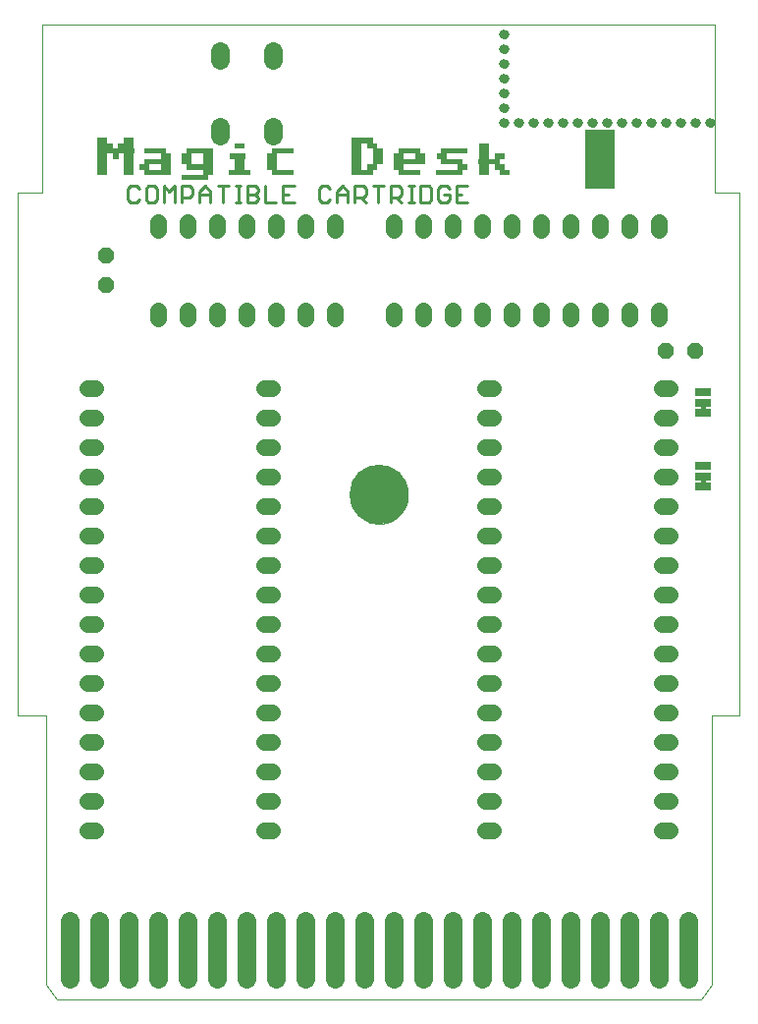
<source format=gts>
G75*
G70*
%OFA0B0*%
%FSLAX24Y24*%
%IPPOS*%
%LPD*%
%AMOC8*
5,1,8,0,0,1.08239X$1,22.5*
%
%ADD10C,0.0000*%
%ADD11C,0.0316*%
%ADD12R,0.1440X0.0040*%
%ADD13R,0.0480X0.0040*%
%ADD14R,0.1200X0.0040*%
%ADD15R,0.0240X0.0040*%
%ADD16R,0.0720X0.0040*%
%ADD17R,0.1680X0.0040*%
%ADD18R,0.0900X0.0030*%
%ADD19R,0.0360X0.0030*%
%ADD20R,0.0720X0.0030*%
%ADD21R,0.1080X0.0030*%
%ADD22R,0.0180X0.0030*%
%ADD23R,0.0540X0.0030*%
%ADD24R,0.1260X0.0030*%
%ADD25C,0.0160*%
%ADD26C,0.0100*%
%ADD27C,0.0640*%
%ADD28C,0.2009*%
%ADD29C,0.0560*%
%ADD30R,0.1040X0.2040*%
%ADD31OC8,0.0560*%
%ADD32R,0.0540X0.0290*%
D10*
X002482Y000500D02*
X002128Y001012D01*
X002128Y010146D01*
X001170Y010146D01*
X001170Y027862D01*
X002003Y027862D01*
X002003Y033571D01*
X024837Y033571D01*
X024837Y027862D01*
X025670Y027862D01*
X025670Y010146D01*
X024712Y010146D01*
X024712Y001012D01*
X024358Y000500D01*
X002482Y000500D01*
X012436Y017626D02*
X012438Y017688D01*
X012444Y017751D01*
X012454Y017812D01*
X012468Y017873D01*
X012485Y017933D01*
X012506Y017992D01*
X012532Y018049D01*
X012560Y018104D01*
X012592Y018158D01*
X012628Y018209D01*
X012666Y018259D01*
X012708Y018305D01*
X012752Y018349D01*
X012800Y018390D01*
X012849Y018428D01*
X012901Y018462D01*
X012955Y018493D01*
X013011Y018521D01*
X013069Y018545D01*
X013128Y018566D01*
X013188Y018582D01*
X013249Y018595D01*
X013311Y018604D01*
X013373Y018609D01*
X013436Y018610D01*
X013498Y018607D01*
X013560Y018600D01*
X013622Y018589D01*
X013682Y018574D01*
X013742Y018556D01*
X013800Y018534D01*
X013857Y018508D01*
X013912Y018478D01*
X013965Y018445D01*
X014016Y018409D01*
X014064Y018370D01*
X014110Y018327D01*
X014153Y018282D01*
X014193Y018234D01*
X014230Y018184D01*
X014264Y018131D01*
X014295Y018077D01*
X014321Y018021D01*
X014345Y017963D01*
X014364Y017903D01*
X014380Y017843D01*
X014392Y017781D01*
X014400Y017720D01*
X014404Y017657D01*
X014404Y017595D01*
X014400Y017532D01*
X014392Y017471D01*
X014380Y017409D01*
X014364Y017349D01*
X014345Y017289D01*
X014321Y017231D01*
X014295Y017175D01*
X014264Y017121D01*
X014230Y017068D01*
X014193Y017018D01*
X014153Y016970D01*
X014110Y016925D01*
X014064Y016882D01*
X014016Y016843D01*
X013965Y016807D01*
X013912Y016774D01*
X013857Y016744D01*
X013800Y016718D01*
X013742Y016696D01*
X013682Y016678D01*
X013622Y016663D01*
X013560Y016652D01*
X013498Y016645D01*
X013436Y016642D01*
X013373Y016643D01*
X013311Y016648D01*
X013249Y016657D01*
X013188Y016670D01*
X013128Y016686D01*
X013069Y016707D01*
X013011Y016731D01*
X012955Y016759D01*
X012901Y016790D01*
X012849Y016824D01*
X012800Y016862D01*
X012752Y016903D01*
X012708Y016947D01*
X012666Y016993D01*
X012628Y017043D01*
X012592Y017094D01*
X012560Y017148D01*
X012532Y017203D01*
X012506Y017260D01*
X012485Y017319D01*
X012468Y017379D01*
X012454Y017440D01*
X012444Y017501D01*
X012438Y017564D01*
X012436Y017626D01*
X017532Y030250D02*
X017534Y030273D01*
X017540Y030296D01*
X017550Y030317D01*
X017563Y030337D01*
X017579Y030354D01*
X017598Y030368D01*
X017619Y030378D01*
X017641Y030385D01*
X017664Y030388D01*
X017688Y030387D01*
X017710Y030382D01*
X017732Y030373D01*
X017752Y030361D01*
X017770Y030345D01*
X017784Y030327D01*
X017796Y030307D01*
X017804Y030285D01*
X017808Y030262D01*
X017808Y030238D01*
X017804Y030215D01*
X017796Y030193D01*
X017784Y030173D01*
X017770Y030155D01*
X017752Y030139D01*
X017732Y030127D01*
X017710Y030118D01*
X017688Y030113D01*
X017664Y030112D01*
X017641Y030115D01*
X017619Y030122D01*
X017598Y030132D01*
X017579Y030146D01*
X017563Y030163D01*
X017550Y030183D01*
X017540Y030204D01*
X017534Y030227D01*
X017532Y030250D01*
X017532Y030750D02*
X017534Y030773D01*
X017540Y030796D01*
X017550Y030817D01*
X017563Y030837D01*
X017579Y030854D01*
X017598Y030868D01*
X017619Y030878D01*
X017641Y030885D01*
X017664Y030888D01*
X017688Y030887D01*
X017710Y030882D01*
X017732Y030873D01*
X017752Y030861D01*
X017770Y030845D01*
X017784Y030827D01*
X017796Y030807D01*
X017804Y030785D01*
X017808Y030762D01*
X017808Y030738D01*
X017804Y030715D01*
X017796Y030693D01*
X017784Y030673D01*
X017770Y030655D01*
X017752Y030639D01*
X017732Y030627D01*
X017710Y030618D01*
X017688Y030613D01*
X017664Y030612D01*
X017641Y030615D01*
X017619Y030622D01*
X017598Y030632D01*
X017579Y030646D01*
X017563Y030663D01*
X017550Y030683D01*
X017540Y030704D01*
X017534Y030727D01*
X017532Y030750D01*
X017532Y031250D02*
X017534Y031273D01*
X017540Y031296D01*
X017550Y031317D01*
X017563Y031337D01*
X017579Y031354D01*
X017598Y031368D01*
X017619Y031378D01*
X017641Y031385D01*
X017664Y031388D01*
X017688Y031387D01*
X017710Y031382D01*
X017732Y031373D01*
X017752Y031361D01*
X017770Y031345D01*
X017784Y031327D01*
X017796Y031307D01*
X017804Y031285D01*
X017808Y031262D01*
X017808Y031238D01*
X017804Y031215D01*
X017796Y031193D01*
X017784Y031173D01*
X017770Y031155D01*
X017752Y031139D01*
X017732Y031127D01*
X017710Y031118D01*
X017688Y031113D01*
X017664Y031112D01*
X017641Y031115D01*
X017619Y031122D01*
X017598Y031132D01*
X017579Y031146D01*
X017563Y031163D01*
X017550Y031183D01*
X017540Y031204D01*
X017534Y031227D01*
X017532Y031250D01*
X017532Y031750D02*
X017534Y031773D01*
X017540Y031796D01*
X017550Y031817D01*
X017563Y031837D01*
X017579Y031854D01*
X017598Y031868D01*
X017619Y031878D01*
X017641Y031885D01*
X017664Y031888D01*
X017688Y031887D01*
X017710Y031882D01*
X017732Y031873D01*
X017752Y031861D01*
X017770Y031845D01*
X017784Y031827D01*
X017796Y031807D01*
X017804Y031785D01*
X017808Y031762D01*
X017808Y031738D01*
X017804Y031715D01*
X017796Y031693D01*
X017784Y031673D01*
X017770Y031655D01*
X017752Y031639D01*
X017732Y031627D01*
X017710Y031618D01*
X017688Y031613D01*
X017664Y031612D01*
X017641Y031615D01*
X017619Y031622D01*
X017598Y031632D01*
X017579Y031646D01*
X017563Y031663D01*
X017550Y031683D01*
X017540Y031704D01*
X017534Y031727D01*
X017532Y031750D01*
X017532Y032250D02*
X017534Y032273D01*
X017540Y032296D01*
X017550Y032317D01*
X017563Y032337D01*
X017579Y032354D01*
X017598Y032368D01*
X017619Y032378D01*
X017641Y032385D01*
X017664Y032388D01*
X017688Y032387D01*
X017710Y032382D01*
X017732Y032373D01*
X017752Y032361D01*
X017770Y032345D01*
X017784Y032327D01*
X017796Y032307D01*
X017804Y032285D01*
X017808Y032262D01*
X017808Y032238D01*
X017804Y032215D01*
X017796Y032193D01*
X017784Y032173D01*
X017770Y032155D01*
X017752Y032139D01*
X017732Y032127D01*
X017710Y032118D01*
X017688Y032113D01*
X017664Y032112D01*
X017641Y032115D01*
X017619Y032122D01*
X017598Y032132D01*
X017579Y032146D01*
X017563Y032163D01*
X017550Y032183D01*
X017540Y032204D01*
X017534Y032227D01*
X017532Y032250D01*
X017532Y032750D02*
X017534Y032773D01*
X017540Y032796D01*
X017550Y032817D01*
X017563Y032837D01*
X017579Y032854D01*
X017598Y032868D01*
X017619Y032878D01*
X017641Y032885D01*
X017664Y032888D01*
X017688Y032887D01*
X017710Y032882D01*
X017732Y032873D01*
X017752Y032861D01*
X017770Y032845D01*
X017784Y032827D01*
X017796Y032807D01*
X017804Y032785D01*
X017808Y032762D01*
X017808Y032738D01*
X017804Y032715D01*
X017796Y032693D01*
X017784Y032673D01*
X017770Y032655D01*
X017752Y032639D01*
X017732Y032627D01*
X017710Y032618D01*
X017688Y032613D01*
X017664Y032612D01*
X017641Y032615D01*
X017619Y032622D01*
X017598Y032632D01*
X017579Y032646D01*
X017563Y032663D01*
X017550Y032683D01*
X017540Y032704D01*
X017534Y032727D01*
X017532Y032750D01*
X017532Y033250D02*
X017534Y033273D01*
X017540Y033296D01*
X017550Y033317D01*
X017563Y033337D01*
X017579Y033354D01*
X017598Y033368D01*
X017619Y033378D01*
X017641Y033385D01*
X017664Y033388D01*
X017688Y033387D01*
X017710Y033382D01*
X017732Y033373D01*
X017752Y033361D01*
X017770Y033345D01*
X017784Y033327D01*
X017796Y033307D01*
X017804Y033285D01*
X017808Y033262D01*
X017808Y033238D01*
X017804Y033215D01*
X017796Y033193D01*
X017784Y033173D01*
X017770Y033155D01*
X017752Y033139D01*
X017732Y033127D01*
X017710Y033118D01*
X017688Y033113D01*
X017664Y033112D01*
X017641Y033115D01*
X017619Y033122D01*
X017598Y033132D01*
X017579Y033146D01*
X017563Y033163D01*
X017550Y033183D01*
X017540Y033204D01*
X017534Y033227D01*
X017532Y033250D01*
X018032Y030250D02*
X018034Y030273D01*
X018040Y030296D01*
X018050Y030317D01*
X018063Y030337D01*
X018079Y030354D01*
X018098Y030368D01*
X018119Y030378D01*
X018141Y030385D01*
X018164Y030388D01*
X018188Y030387D01*
X018210Y030382D01*
X018232Y030373D01*
X018252Y030361D01*
X018270Y030345D01*
X018284Y030327D01*
X018296Y030307D01*
X018304Y030285D01*
X018308Y030262D01*
X018308Y030238D01*
X018304Y030215D01*
X018296Y030193D01*
X018284Y030173D01*
X018270Y030155D01*
X018252Y030139D01*
X018232Y030127D01*
X018210Y030118D01*
X018188Y030113D01*
X018164Y030112D01*
X018141Y030115D01*
X018119Y030122D01*
X018098Y030132D01*
X018079Y030146D01*
X018063Y030163D01*
X018050Y030183D01*
X018040Y030204D01*
X018034Y030227D01*
X018032Y030250D01*
X018532Y030250D02*
X018534Y030273D01*
X018540Y030296D01*
X018550Y030317D01*
X018563Y030337D01*
X018579Y030354D01*
X018598Y030368D01*
X018619Y030378D01*
X018641Y030385D01*
X018664Y030388D01*
X018688Y030387D01*
X018710Y030382D01*
X018732Y030373D01*
X018752Y030361D01*
X018770Y030345D01*
X018784Y030327D01*
X018796Y030307D01*
X018804Y030285D01*
X018808Y030262D01*
X018808Y030238D01*
X018804Y030215D01*
X018796Y030193D01*
X018784Y030173D01*
X018770Y030155D01*
X018752Y030139D01*
X018732Y030127D01*
X018710Y030118D01*
X018688Y030113D01*
X018664Y030112D01*
X018641Y030115D01*
X018619Y030122D01*
X018598Y030132D01*
X018579Y030146D01*
X018563Y030163D01*
X018550Y030183D01*
X018540Y030204D01*
X018534Y030227D01*
X018532Y030250D01*
X019032Y030250D02*
X019034Y030273D01*
X019040Y030296D01*
X019050Y030317D01*
X019063Y030337D01*
X019079Y030354D01*
X019098Y030368D01*
X019119Y030378D01*
X019141Y030385D01*
X019164Y030388D01*
X019188Y030387D01*
X019210Y030382D01*
X019232Y030373D01*
X019252Y030361D01*
X019270Y030345D01*
X019284Y030327D01*
X019296Y030307D01*
X019304Y030285D01*
X019308Y030262D01*
X019308Y030238D01*
X019304Y030215D01*
X019296Y030193D01*
X019284Y030173D01*
X019270Y030155D01*
X019252Y030139D01*
X019232Y030127D01*
X019210Y030118D01*
X019188Y030113D01*
X019164Y030112D01*
X019141Y030115D01*
X019119Y030122D01*
X019098Y030132D01*
X019079Y030146D01*
X019063Y030163D01*
X019050Y030183D01*
X019040Y030204D01*
X019034Y030227D01*
X019032Y030250D01*
X019532Y030250D02*
X019534Y030273D01*
X019540Y030296D01*
X019550Y030317D01*
X019563Y030337D01*
X019579Y030354D01*
X019598Y030368D01*
X019619Y030378D01*
X019641Y030385D01*
X019664Y030388D01*
X019688Y030387D01*
X019710Y030382D01*
X019732Y030373D01*
X019752Y030361D01*
X019770Y030345D01*
X019784Y030327D01*
X019796Y030307D01*
X019804Y030285D01*
X019808Y030262D01*
X019808Y030238D01*
X019804Y030215D01*
X019796Y030193D01*
X019784Y030173D01*
X019770Y030155D01*
X019752Y030139D01*
X019732Y030127D01*
X019710Y030118D01*
X019688Y030113D01*
X019664Y030112D01*
X019641Y030115D01*
X019619Y030122D01*
X019598Y030132D01*
X019579Y030146D01*
X019563Y030163D01*
X019550Y030183D01*
X019540Y030204D01*
X019534Y030227D01*
X019532Y030250D01*
X020032Y030250D02*
X020034Y030273D01*
X020040Y030296D01*
X020050Y030317D01*
X020063Y030337D01*
X020079Y030354D01*
X020098Y030368D01*
X020119Y030378D01*
X020141Y030385D01*
X020164Y030388D01*
X020188Y030387D01*
X020210Y030382D01*
X020232Y030373D01*
X020252Y030361D01*
X020270Y030345D01*
X020284Y030327D01*
X020296Y030307D01*
X020304Y030285D01*
X020308Y030262D01*
X020308Y030238D01*
X020304Y030215D01*
X020296Y030193D01*
X020284Y030173D01*
X020270Y030155D01*
X020252Y030139D01*
X020232Y030127D01*
X020210Y030118D01*
X020188Y030113D01*
X020164Y030112D01*
X020141Y030115D01*
X020119Y030122D01*
X020098Y030132D01*
X020079Y030146D01*
X020063Y030163D01*
X020050Y030183D01*
X020040Y030204D01*
X020034Y030227D01*
X020032Y030250D01*
X020532Y030250D02*
X020534Y030273D01*
X020540Y030296D01*
X020550Y030317D01*
X020563Y030337D01*
X020579Y030354D01*
X020598Y030368D01*
X020619Y030378D01*
X020641Y030385D01*
X020664Y030388D01*
X020688Y030387D01*
X020710Y030382D01*
X020732Y030373D01*
X020752Y030361D01*
X020770Y030345D01*
X020784Y030327D01*
X020796Y030307D01*
X020804Y030285D01*
X020808Y030262D01*
X020808Y030238D01*
X020804Y030215D01*
X020796Y030193D01*
X020784Y030173D01*
X020770Y030155D01*
X020752Y030139D01*
X020732Y030127D01*
X020710Y030118D01*
X020688Y030113D01*
X020664Y030112D01*
X020641Y030115D01*
X020619Y030122D01*
X020598Y030132D01*
X020579Y030146D01*
X020563Y030163D01*
X020550Y030183D01*
X020540Y030204D01*
X020534Y030227D01*
X020532Y030250D01*
X021032Y030250D02*
X021034Y030273D01*
X021040Y030296D01*
X021050Y030317D01*
X021063Y030337D01*
X021079Y030354D01*
X021098Y030368D01*
X021119Y030378D01*
X021141Y030385D01*
X021164Y030388D01*
X021188Y030387D01*
X021210Y030382D01*
X021232Y030373D01*
X021252Y030361D01*
X021270Y030345D01*
X021284Y030327D01*
X021296Y030307D01*
X021304Y030285D01*
X021308Y030262D01*
X021308Y030238D01*
X021304Y030215D01*
X021296Y030193D01*
X021284Y030173D01*
X021270Y030155D01*
X021252Y030139D01*
X021232Y030127D01*
X021210Y030118D01*
X021188Y030113D01*
X021164Y030112D01*
X021141Y030115D01*
X021119Y030122D01*
X021098Y030132D01*
X021079Y030146D01*
X021063Y030163D01*
X021050Y030183D01*
X021040Y030204D01*
X021034Y030227D01*
X021032Y030250D01*
X021532Y030250D02*
X021534Y030273D01*
X021540Y030296D01*
X021550Y030317D01*
X021563Y030337D01*
X021579Y030354D01*
X021598Y030368D01*
X021619Y030378D01*
X021641Y030385D01*
X021664Y030388D01*
X021688Y030387D01*
X021710Y030382D01*
X021732Y030373D01*
X021752Y030361D01*
X021770Y030345D01*
X021784Y030327D01*
X021796Y030307D01*
X021804Y030285D01*
X021808Y030262D01*
X021808Y030238D01*
X021804Y030215D01*
X021796Y030193D01*
X021784Y030173D01*
X021770Y030155D01*
X021752Y030139D01*
X021732Y030127D01*
X021710Y030118D01*
X021688Y030113D01*
X021664Y030112D01*
X021641Y030115D01*
X021619Y030122D01*
X021598Y030132D01*
X021579Y030146D01*
X021563Y030163D01*
X021550Y030183D01*
X021540Y030204D01*
X021534Y030227D01*
X021532Y030250D01*
X022032Y030250D02*
X022034Y030273D01*
X022040Y030296D01*
X022050Y030317D01*
X022063Y030337D01*
X022079Y030354D01*
X022098Y030368D01*
X022119Y030378D01*
X022141Y030385D01*
X022164Y030388D01*
X022188Y030387D01*
X022210Y030382D01*
X022232Y030373D01*
X022252Y030361D01*
X022270Y030345D01*
X022284Y030327D01*
X022296Y030307D01*
X022304Y030285D01*
X022308Y030262D01*
X022308Y030238D01*
X022304Y030215D01*
X022296Y030193D01*
X022284Y030173D01*
X022270Y030155D01*
X022252Y030139D01*
X022232Y030127D01*
X022210Y030118D01*
X022188Y030113D01*
X022164Y030112D01*
X022141Y030115D01*
X022119Y030122D01*
X022098Y030132D01*
X022079Y030146D01*
X022063Y030163D01*
X022050Y030183D01*
X022040Y030204D01*
X022034Y030227D01*
X022032Y030250D01*
X022532Y030250D02*
X022534Y030273D01*
X022540Y030296D01*
X022550Y030317D01*
X022563Y030337D01*
X022579Y030354D01*
X022598Y030368D01*
X022619Y030378D01*
X022641Y030385D01*
X022664Y030388D01*
X022688Y030387D01*
X022710Y030382D01*
X022732Y030373D01*
X022752Y030361D01*
X022770Y030345D01*
X022784Y030327D01*
X022796Y030307D01*
X022804Y030285D01*
X022808Y030262D01*
X022808Y030238D01*
X022804Y030215D01*
X022796Y030193D01*
X022784Y030173D01*
X022770Y030155D01*
X022752Y030139D01*
X022732Y030127D01*
X022710Y030118D01*
X022688Y030113D01*
X022664Y030112D01*
X022641Y030115D01*
X022619Y030122D01*
X022598Y030132D01*
X022579Y030146D01*
X022563Y030163D01*
X022550Y030183D01*
X022540Y030204D01*
X022534Y030227D01*
X022532Y030250D01*
X023032Y030250D02*
X023034Y030273D01*
X023040Y030296D01*
X023050Y030317D01*
X023063Y030337D01*
X023079Y030354D01*
X023098Y030368D01*
X023119Y030378D01*
X023141Y030385D01*
X023164Y030388D01*
X023188Y030387D01*
X023210Y030382D01*
X023232Y030373D01*
X023252Y030361D01*
X023270Y030345D01*
X023284Y030327D01*
X023296Y030307D01*
X023304Y030285D01*
X023308Y030262D01*
X023308Y030238D01*
X023304Y030215D01*
X023296Y030193D01*
X023284Y030173D01*
X023270Y030155D01*
X023252Y030139D01*
X023232Y030127D01*
X023210Y030118D01*
X023188Y030113D01*
X023164Y030112D01*
X023141Y030115D01*
X023119Y030122D01*
X023098Y030132D01*
X023079Y030146D01*
X023063Y030163D01*
X023050Y030183D01*
X023040Y030204D01*
X023034Y030227D01*
X023032Y030250D01*
X023532Y030250D02*
X023534Y030273D01*
X023540Y030296D01*
X023550Y030317D01*
X023563Y030337D01*
X023579Y030354D01*
X023598Y030368D01*
X023619Y030378D01*
X023641Y030385D01*
X023664Y030388D01*
X023688Y030387D01*
X023710Y030382D01*
X023732Y030373D01*
X023752Y030361D01*
X023770Y030345D01*
X023784Y030327D01*
X023796Y030307D01*
X023804Y030285D01*
X023808Y030262D01*
X023808Y030238D01*
X023804Y030215D01*
X023796Y030193D01*
X023784Y030173D01*
X023770Y030155D01*
X023752Y030139D01*
X023732Y030127D01*
X023710Y030118D01*
X023688Y030113D01*
X023664Y030112D01*
X023641Y030115D01*
X023619Y030122D01*
X023598Y030132D01*
X023579Y030146D01*
X023563Y030163D01*
X023550Y030183D01*
X023540Y030204D01*
X023534Y030227D01*
X023532Y030250D01*
X024032Y030250D02*
X024034Y030273D01*
X024040Y030296D01*
X024050Y030317D01*
X024063Y030337D01*
X024079Y030354D01*
X024098Y030368D01*
X024119Y030378D01*
X024141Y030385D01*
X024164Y030388D01*
X024188Y030387D01*
X024210Y030382D01*
X024232Y030373D01*
X024252Y030361D01*
X024270Y030345D01*
X024284Y030327D01*
X024296Y030307D01*
X024304Y030285D01*
X024308Y030262D01*
X024308Y030238D01*
X024304Y030215D01*
X024296Y030193D01*
X024284Y030173D01*
X024270Y030155D01*
X024252Y030139D01*
X024232Y030127D01*
X024210Y030118D01*
X024188Y030113D01*
X024164Y030112D01*
X024141Y030115D01*
X024119Y030122D01*
X024098Y030132D01*
X024079Y030146D01*
X024063Y030163D01*
X024050Y030183D01*
X024040Y030204D01*
X024034Y030227D01*
X024032Y030250D01*
X024532Y030250D02*
X024534Y030273D01*
X024540Y030296D01*
X024550Y030317D01*
X024563Y030337D01*
X024579Y030354D01*
X024598Y030368D01*
X024619Y030378D01*
X024641Y030385D01*
X024664Y030388D01*
X024688Y030387D01*
X024710Y030382D01*
X024732Y030373D01*
X024752Y030361D01*
X024770Y030345D01*
X024784Y030327D01*
X024796Y030307D01*
X024804Y030285D01*
X024808Y030262D01*
X024808Y030238D01*
X024804Y030215D01*
X024796Y030193D01*
X024784Y030173D01*
X024770Y030155D01*
X024752Y030139D01*
X024732Y030127D01*
X024710Y030118D01*
X024688Y030113D01*
X024664Y030112D01*
X024641Y030115D01*
X024619Y030122D01*
X024598Y030132D01*
X024579Y030146D01*
X024563Y030163D01*
X024550Y030183D01*
X024540Y030204D01*
X024534Y030227D01*
X024532Y030250D01*
D11*
X024670Y030250D03*
X024170Y030250D03*
X023670Y030250D03*
X023170Y030250D03*
X022670Y030250D03*
X022170Y030250D03*
X021670Y030250D03*
X021170Y030250D03*
X020670Y030250D03*
X020170Y030250D03*
X019670Y030250D03*
X019170Y030250D03*
X018670Y030250D03*
X018170Y030250D03*
X017670Y030250D03*
X017670Y030750D03*
X017670Y031250D03*
X017670Y031750D03*
X017670Y032250D03*
X017670Y032750D03*
X017670Y033250D03*
D12*
X012100Y030600D03*
X012100Y030560D03*
X012100Y030520D03*
X012100Y030480D03*
X012100Y030440D03*
X012100Y030400D03*
D13*
X012100Y030640D03*
X012100Y030680D03*
X012100Y030720D03*
X012100Y030760D03*
X012100Y030800D03*
X012100Y030840D03*
X012100Y030880D03*
X012100Y030920D03*
X012100Y030960D03*
X012100Y031000D03*
X012100Y031040D03*
X012100Y031080D03*
X012100Y031120D03*
X012100Y031160D03*
X012100Y031200D03*
X012100Y031240D03*
X012100Y031280D03*
X012100Y031320D03*
X012100Y031600D03*
X012100Y031640D03*
X012100Y031680D03*
X012100Y031720D03*
X012100Y031760D03*
X012100Y031800D03*
X012100Y031840D03*
X012100Y031880D03*
X012100Y031920D03*
X012100Y031960D03*
X012100Y032000D03*
X012100Y032040D03*
X013540Y032040D03*
X013540Y032000D03*
X013540Y031960D03*
X013540Y031920D03*
X013540Y031880D03*
X013540Y031840D03*
X013540Y031320D03*
X013540Y031280D03*
X013540Y031240D03*
X013540Y031200D03*
X013540Y031160D03*
X013540Y031120D03*
X013540Y031080D03*
X013540Y031040D03*
X013540Y031000D03*
X013540Y030960D03*
X013540Y030920D03*
X013540Y030880D03*
X013540Y030840D03*
X013540Y030800D03*
X013540Y030760D03*
X013540Y030720D03*
X013540Y030680D03*
X013540Y030640D03*
X013540Y030600D03*
X013540Y030560D03*
X013540Y030520D03*
X013540Y030480D03*
X013540Y030440D03*
X013540Y030400D03*
X014740Y030400D03*
X014740Y030440D03*
X014740Y030480D03*
X014740Y030520D03*
X014740Y030560D03*
X014740Y030600D03*
X014740Y030640D03*
X014740Y030680D03*
X014740Y030720D03*
X014740Y030760D03*
X014740Y030800D03*
X014740Y030840D03*
X014740Y030880D03*
X014740Y030920D03*
X014740Y030960D03*
X014740Y031000D03*
X014740Y031040D03*
X014740Y031080D03*
X014740Y031120D03*
X014740Y031160D03*
X014740Y031200D03*
X014740Y031240D03*
X014740Y031280D03*
X014740Y031320D03*
X014740Y031840D03*
X014740Y031880D03*
X014740Y031920D03*
X014740Y031960D03*
X014740Y032000D03*
X014740Y032040D03*
X015460Y031800D03*
X015460Y031760D03*
X015460Y031720D03*
X015460Y031680D03*
X015460Y031640D03*
X015460Y031600D03*
X015460Y031560D03*
X015460Y031520D03*
X015460Y031480D03*
X015460Y031440D03*
X015460Y031400D03*
X015460Y031360D03*
X015460Y031080D03*
X015460Y031040D03*
X015460Y031000D03*
X015460Y030960D03*
X015460Y030920D03*
X015460Y030880D03*
X015460Y030840D03*
X015460Y030800D03*
X015460Y030760D03*
X015460Y030720D03*
X015460Y030680D03*
X015460Y030640D03*
X016420Y030640D03*
X016420Y030680D03*
X016420Y030720D03*
X016420Y030760D03*
X016420Y030800D03*
X016420Y030840D03*
X016420Y030880D03*
X016420Y030920D03*
X016420Y030960D03*
X016420Y031000D03*
X016420Y031040D03*
X016420Y031080D03*
X016420Y031360D03*
X016420Y031400D03*
X016420Y031440D03*
X016420Y031480D03*
X016420Y031520D03*
X016420Y031560D03*
X016420Y031600D03*
X016420Y031640D03*
X016420Y031680D03*
X016420Y031720D03*
X016420Y031760D03*
X016420Y031800D03*
D14*
X015820Y031840D03*
X015820Y031880D03*
X015820Y031920D03*
X015820Y031960D03*
X015820Y032000D03*
X015820Y032040D03*
X015820Y031320D03*
X015820Y031280D03*
X015820Y031240D03*
X015820Y031200D03*
X015820Y031160D03*
X015820Y031120D03*
X015820Y030600D03*
X015820Y030560D03*
X015820Y030520D03*
X015820Y030480D03*
X015820Y030440D03*
X015820Y030400D03*
D15*
X014140Y031120D03*
X014140Y031160D03*
X014140Y031200D03*
X014140Y031240D03*
X014140Y031280D03*
X014140Y031320D03*
D16*
X013660Y031600D03*
X013660Y031640D03*
X013660Y031680D03*
X013660Y031720D03*
X013660Y031760D03*
X013660Y031800D03*
X014620Y031800D03*
X014620Y031760D03*
X014620Y031720D03*
X014620Y031680D03*
X014620Y031640D03*
X014620Y031600D03*
X011980Y031560D03*
X011980Y031520D03*
X011980Y031480D03*
X011980Y031440D03*
X011980Y031400D03*
X011980Y031360D03*
D17*
X014140Y031360D03*
X014140Y031400D03*
X014140Y031440D03*
X014140Y031480D03*
X014140Y031520D03*
X014140Y031560D03*
D18*
X015995Y029340D03*
X015995Y029310D03*
X015995Y029280D03*
X015995Y029250D03*
X015995Y029220D03*
X015995Y029190D03*
X015815Y028620D03*
X015815Y028590D03*
X015815Y028560D03*
X015815Y028530D03*
X015815Y028500D03*
X015815Y028470D03*
X007355Y028650D03*
X007355Y028680D03*
X007355Y028710D03*
X007355Y028740D03*
X007355Y028770D03*
X007355Y028800D03*
X007355Y029190D03*
X007355Y029220D03*
X007355Y029250D03*
X007355Y029280D03*
X007355Y029310D03*
X007355Y029340D03*
X007175Y028440D03*
X007175Y028410D03*
X007175Y028380D03*
X007175Y028350D03*
X007175Y028320D03*
X007175Y028290D03*
X005915Y028470D03*
X005915Y028500D03*
X005915Y028530D03*
X005915Y028560D03*
X005915Y028590D03*
X005915Y028620D03*
X005915Y028830D03*
X005915Y028860D03*
X005915Y028890D03*
X005915Y028920D03*
X005915Y028950D03*
X005915Y028980D03*
D19*
X006185Y029010D03*
X006185Y029040D03*
X006185Y029070D03*
X006185Y029100D03*
X006185Y029130D03*
X006185Y029160D03*
X006185Y028800D03*
X006185Y028770D03*
X006185Y028740D03*
X006185Y028710D03*
X006185Y028680D03*
X006185Y028650D03*
X005465Y028650D03*
X005465Y028680D03*
X005465Y028710D03*
X005465Y028740D03*
X005465Y028770D03*
X005465Y028800D03*
X004925Y028800D03*
X004925Y028830D03*
X004925Y028860D03*
X004925Y028890D03*
X004925Y028920D03*
X004925Y028950D03*
X004925Y028980D03*
X004925Y029010D03*
X004925Y029040D03*
X004925Y029070D03*
X004925Y029100D03*
X004925Y029130D03*
X004925Y029160D03*
X004925Y028770D03*
X004925Y028740D03*
X004925Y028710D03*
X004925Y028680D03*
X004925Y028650D03*
X004925Y028620D03*
X004925Y028590D03*
X004925Y028560D03*
X004925Y028530D03*
X004925Y028500D03*
X004925Y028470D03*
X004925Y029550D03*
X004925Y029580D03*
X004925Y029610D03*
X004925Y029640D03*
X004925Y029670D03*
X004925Y029700D03*
X004025Y029700D03*
X004025Y029670D03*
X004025Y029640D03*
X004025Y029610D03*
X004025Y029580D03*
X004025Y029550D03*
X004025Y029160D03*
X004025Y029130D03*
X004025Y029100D03*
X004025Y029070D03*
X004025Y029040D03*
X004025Y029010D03*
X004025Y028980D03*
X004025Y028950D03*
X004025Y028920D03*
X004025Y028890D03*
X004025Y028860D03*
X004025Y028830D03*
X004025Y028800D03*
X004025Y028770D03*
X004025Y028740D03*
X004025Y028710D03*
X004025Y028680D03*
X004025Y028650D03*
X004025Y028620D03*
X004025Y028590D03*
X004025Y028560D03*
X004025Y028530D03*
X004025Y028500D03*
X004025Y028470D03*
X006905Y028830D03*
X006905Y028860D03*
X006905Y028890D03*
X006905Y028920D03*
X006905Y028950D03*
X006905Y028980D03*
X006905Y029010D03*
X006905Y029040D03*
X006905Y029070D03*
X006905Y029100D03*
X006905Y029130D03*
X006905Y029160D03*
X007625Y029160D03*
X007625Y029130D03*
X007625Y029100D03*
X007625Y029070D03*
X007625Y029040D03*
X007625Y029010D03*
X007625Y028980D03*
X007625Y028950D03*
X007625Y028920D03*
X007625Y028890D03*
X007625Y028860D03*
X007625Y028830D03*
X007625Y028620D03*
X007625Y028590D03*
X007625Y028560D03*
X007625Y028530D03*
X007625Y028500D03*
X007625Y028470D03*
X008705Y028650D03*
X008705Y028680D03*
X008705Y028710D03*
X008705Y028740D03*
X008705Y028770D03*
X008705Y028800D03*
X008705Y028830D03*
X008705Y028860D03*
X008705Y028890D03*
X008705Y028920D03*
X008705Y028950D03*
X008705Y028980D03*
X008705Y029370D03*
X008705Y029400D03*
X008705Y029430D03*
X008705Y029460D03*
X008705Y029490D03*
X008705Y029520D03*
X009785Y029160D03*
X009785Y029130D03*
X009785Y029100D03*
X009785Y029070D03*
X009785Y029040D03*
X009785Y029010D03*
X009785Y028980D03*
X009785Y028950D03*
X009785Y028920D03*
X009785Y028890D03*
X009785Y028860D03*
X009785Y028830D03*
X009785Y028800D03*
X009785Y028770D03*
X009785Y028740D03*
X009785Y028710D03*
X009785Y028680D03*
X009785Y028650D03*
X012665Y028650D03*
X012665Y028680D03*
X012665Y028710D03*
X012665Y028740D03*
X012665Y028770D03*
X012665Y028800D03*
X012665Y028830D03*
X012665Y028860D03*
X012665Y028890D03*
X012665Y028920D03*
X012665Y028950D03*
X012665Y028980D03*
X012665Y029010D03*
X012665Y029040D03*
X012665Y029070D03*
X012665Y029100D03*
X012665Y029130D03*
X012665Y029160D03*
X012665Y029190D03*
X012665Y029220D03*
X012665Y029250D03*
X012665Y029280D03*
X012665Y029310D03*
X012665Y029340D03*
X012665Y029370D03*
X012665Y029400D03*
X012665Y029430D03*
X012665Y029460D03*
X012665Y029490D03*
X012665Y029520D03*
X013205Y029520D03*
X013205Y029490D03*
X013205Y029460D03*
X013205Y029430D03*
X013205Y029400D03*
X013205Y029370D03*
X013385Y029340D03*
X013385Y029310D03*
X013385Y029280D03*
X013385Y029250D03*
X013385Y029220D03*
X013385Y029190D03*
X013385Y029160D03*
X013385Y029130D03*
X013385Y029100D03*
X013385Y029070D03*
X013385Y029040D03*
X013385Y029010D03*
X013385Y028980D03*
X013385Y028950D03*
X013385Y028920D03*
X013385Y028890D03*
X013385Y028860D03*
X013385Y028830D03*
X013205Y028800D03*
X013205Y028770D03*
X013205Y028740D03*
X013205Y028710D03*
X013205Y028680D03*
X013205Y028650D03*
X014105Y028650D03*
X014105Y028680D03*
X014105Y028710D03*
X014105Y028740D03*
X014105Y028770D03*
X014105Y028800D03*
X014105Y029010D03*
X014105Y029040D03*
X014105Y029070D03*
X014105Y029100D03*
X014105Y029130D03*
X014105Y029160D03*
X014825Y029160D03*
X014825Y029130D03*
X014825Y029100D03*
X014825Y029070D03*
X014825Y029040D03*
X014825Y029010D03*
X015545Y029010D03*
X015545Y029040D03*
X015545Y029070D03*
X015545Y029100D03*
X015545Y029130D03*
X015545Y029160D03*
X016265Y028800D03*
X016265Y028770D03*
X016265Y028740D03*
X016265Y028710D03*
X016265Y028680D03*
X016265Y028650D03*
X016985Y028650D03*
X016985Y028680D03*
X016985Y028710D03*
X016985Y028740D03*
X016985Y028770D03*
X016985Y028800D03*
X016985Y028620D03*
X016985Y028590D03*
X016985Y028560D03*
X016985Y028530D03*
X016985Y028500D03*
X016985Y028470D03*
X016985Y029010D03*
X016985Y029040D03*
X016985Y029070D03*
X016985Y029100D03*
X016985Y029130D03*
X016985Y029160D03*
X016985Y029190D03*
X016985Y029220D03*
X016985Y029250D03*
X016985Y029280D03*
X016985Y029310D03*
X016985Y029340D03*
X016985Y029370D03*
X016985Y029400D03*
X016985Y029430D03*
X016985Y029460D03*
X016985Y029490D03*
X016985Y029520D03*
X017525Y029160D03*
X017525Y029130D03*
X017525Y029100D03*
X017525Y029070D03*
X017525Y029040D03*
X017525Y029010D03*
X017525Y028800D03*
X017525Y028770D03*
X017525Y028740D03*
X017525Y028710D03*
X017525Y028680D03*
X017525Y028650D03*
X017705Y028620D03*
X017705Y028590D03*
X017705Y028560D03*
X017705Y028530D03*
X017705Y028500D03*
X017705Y028470D03*
D20*
X017165Y028830D03*
X017165Y028860D03*
X017165Y028890D03*
X017165Y028920D03*
X017165Y028950D03*
X017165Y028980D03*
X015905Y028980D03*
X015905Y028950D03*
X015905Y028920D03*
X015905Y028890D03*
X015905Y028860D03*
X015905Y028830D03*
X014465Y028620D03*
X014465Y028590D03*
X014465Y028560D03*
X014465Y028530D03*
X014465Y028500D03*
X014465Y028470D03*
X014465Y029190D03*
X014465Y029220D03*
X014465Y029250D03*
X014465Y029280D03*
X014465Y029310D03*
X014465Y029340D03*
X012845Y029550D03*
X012845Y029580D03*
X012845Y029610D03*
X012845Y029640D03*
X012845Y029670D03*
X012845Y029700D03*
X012845Y028620D03*
X012845Y028590D03*
X012845Y028560D03*
X012845Y028530D03*
X012845Y028500D03*
X012845Y028470D03*
X010145Y028470D03*
X010145Y028500D03*
X010145Y028530D03*
X010145Y028560D03*
X010145Y028590D03*
X010145Y028620D03*
X010145Y029190D03*
X010145Y029220D03*
X010145Y029250D03*
X010145Y029280D03*
X010145Y029310D03*
X010145Y029340D03*
X008705Y028620D03*
X008705Y028590D03*
X008705Y028560D03*
X008705Y028530D03*
X008705Y028500D03*
X008705Y028470D03*
X005825Y029190D03*
X005825Y029220D03*
X005825Y029250D03*
X005825Y029280D03*
X005825Y029310D03*
X005825Y029340D03*
D21*
X014465Y028980D03*
X014465Y028950D03*
X014465Y028920D03*
X014465Y028890D03*
X014465Y028860D03*
X014465Y028830D03*
D22*
X004475Y029010D03*
X004475Y029040D03*
X004475Y029070D03*
X004475Y029100D03*
X004475Y029130D03*
X004475Y029160D03*
D23*
X004115Y029370D03*
X004115Y029400D03*
X004115Y029430D03*
X004115Y029460D03*
X004115Y029490D03*
X004115Y029520D03*
X004835Y029520D03*
X004835Y029490D03*
X004835Y029460D03*
X004835Y029430D03*
X004835Y029400D03*
X004835Y029370D03*
X008615Y029160D03*
X008615Y029130D03*
X008615Y029100D03*
X008615Y029070D03*
X008615Y029040D03*
X008615Y029010D03*
D24*
X004475Y029190D03*
X004475Y029220D03*
X004475Y029250D03*
X004475Y029280D03*
X004475Y029310D03*
X004475Y029340D03*
D25*
X024430Y020740D02*
X024430Y020490D01*
X024430Y018240D02*
X024430Y017990D01*
D26*
X016418Y027533D02*
X016044Y027533D01*
X016044Y028093D01*
X016418Y028093D01*
X016231Y027813D02*
X016044Y027813D01*
X015810Y027813D02*
X015623Y027813D01*
X015810Y027813D02*
X015810Y027626D01*
X015716Y027533D01*
X015530Y027533D01*
X015436Y027626D01*
X015436Y028000D01*
X015530Y028093D01*
X015716Y028093D01*
X015810Y028000D01*
X015202Y028000D02*
X015202Y027626D01*
X015109Y027533D01*
X014829Y027533D01*
X014829Y028093D01*
X015109Y028093D01*
X015202Y028000D01*
X014610Y028093D02*
X014423Y028093D01*
X014517Y028093D02*
X014517Y027533D01*
X014610Y027533D02*
X014423Y027533D01*
X014189Y027533D02*
X014003Y027720D01*
X014096Y027720D02*
X013816Y027720D01*
X013816Y027533D02*
X013816Y028093D01*
X014096Y028093D01*
X014189Y028000D01*
X014189Y027813D01*
X014096Y027720D01*
X013582Y028093D02*
X013208Y028093D01*
X013395Y028093D02*
X013395Y027533D01*
X012974Y027533D02*
X012787Y027720D01*
X012880Y027720D02*
X012600Y027720D01*
X012600Y027533D02*
X012600Y028093D01*
X012880Y028093D01*
X012974Y028000D01*
X012974Y027813D01*
X012880Y027720D01*
X012366Y027813D02*
X011993Y027813D01*
X011993Y027906D02*
X012179Y028093D01*
X012366Y027906D01*
X012366Y027533D01*
X011993Y027533D02*
X011993Y027906D01*
X011758Y028000D02*
X011665Y028093D01*
X011478Y028093D01*
X011385Y028000D01*
X011385Y027626D01*
X011478Y027533D01*
X011665Y027533D01*
X011758Y027626D01*
X010543Y027533D02*
X010169Y027533D01*
X010169Y028093D01*
X010543Y028093D01*
X010356Y027813D02*
X010169Y027813D01*
X009935Y027533D02*
X009562Y027533D01*
X009562Y028093D01*
X009328Y028000D02*
X009328Y027906D01*
X009234Y027813D01*
X008954Y027813D01*
X008954Y027533D02*
X008954Y028093D01*
X009234Y028093D01*
X009328Y028000D01*
X009234Y027813D02*
X009328Y027720D01*
X009328Y027626D01*
X009234Y027533D01*
X008954Y027533D01*
X008736Y027533D02*
X008549Y027533D01*
X008642Y027533D02*
X008642Y028093D01*
X008549Y028093D02*
X008736Y028093D01*
X008315Y028093D02*
X007941Y028093D01*
X008128Y028093D02*
X008128Y027533D01*
X007707Y027533D02*
X007707Y027906D01*
X007520Y028093D01*
X007333Y027906D01*
X007333Y027533D01*
X007333Y027813D02*
X007707Y027813D01*
X007099Y027813D02*
X007006Y027720D01*
X006726Y027720D01*
X006726Y027533D02*
X006726Y028093D01*
X007006Y028093D01*
X007099Y028000D01*
X007099Y027813D01*
X006492Y028093D02*
X006492Y027533D01*
X006118Y027533D02*
X006118Y028093D01*
X006305Y027906D01*
X006492Y028093D01*
X005884Y028000D02*
X005884Y027626D01*
X005790Y027533D01*
X005604Y027533D01*
X005510Y027626D01*
X005510Y028000D01*
X005604Y028093D01*
X005790Y028093D01*
X005884Y028000D01*
X005276Y028000D02*
X005183Y028093D01*
X004996Y028093D01*
X004902Y028000D01*
X004902Y027626D01*
X004996Y027533D01*
X005183Y027533D01*
X005276Y027626D01*
D27*
X008040Y029810D02*
X008040Y030110D01*
X009820Y030110D02*
X009820Y029810D01*
X009820Y032370D02*
X009820Y032670D01*
X008040Y032670D02*
X008040Y032370D01*
X007924Y003172D02*
X007924Y001222D01*
X006924Y001222D02*
X006924Y003172D01*
X005924Y003172D02*
X005924Y001222D01*
X004924Y001222D02*
X004924Y003172D01*
X003924Y003172D02*
X003924Y001222D01*
X002924Y001222D02*
X002924Y003172D01*
X008924Y003172D02*
X008924Y001222D01*
X009924Y001222D02*
X009924Y003172D01*
X010924Y003172D02*
X010924Y001222D01*
X011924Y001222D02*
X011924Y003172D01*
X012924Y003172D02*
X012924Y001222D01*
X013924Y001222D02*
X013924Y003172D01*
X014924Y003172D02*
X014924Y001222D01*
X015924Y001222D02*
X015924Y003172D01*
X016924Y003172D02*
X016924Y001222D01*
X017924Y001222D02*
X017924Y003172D01*
X018924Y003172D02*
X018924Y001222D01*
X019924Y001222D02*
X019924Y003172D01*
X020924Y003172D02*
X020924Y001222D01*
X021924Y001222D02*
X021924Y003172D01*
X022924Y003172D02*
X022924Y001222D01*
X023924Y001222D02*
X023924Y003172D01*
D28*
X013420Y017626D03*
D29*
X017040Y017250D02*
X017300Y017250D01*
X017300Y016250D02*
X017040Y016250D01*
X017040Y015250D02*
X017300Y015250D01*
X017300Y014250D02*
X017040Y014250D01*
X017040Y013250D02*
X017300Y013250D01*
X017300Y012250D02*
X017040Y012250D01*
X017040Y011250D02*
X017300Y011250D01*
X017300Y010250D02*
X017040Y010250D01*
X017040Y009250D02*
X017300Y009250D01*
X017300Y008250D02*
X017040Y008250D01*
X017040Y007250D02*
X017300Y007250D01*
X017300Y006250D02*
X017040Y006250D01*
X023040Y006250D02*
X023300Y006250D01*
X023300Y007250D02*
X023040Y007250D01*
X023040Y008250D02*
X023300Y008250D01*
X023300Y009250D02*
X023040Y009250D01*
X023040Y010250D02*
X023300Y010250D01*
X023300Y011250D02*
X023040Y011250D01*
X023040Y012250D02*
X023300Y012250D01*
X023300Y013250D02*
X023040Y013250D01*
X023040Y014250D02*
X023300Y014250D01*
X023300Y015250D02*
X023040Y015250D01*
X023040Y016250D02*
X023300Y016250D01*
X023300Y017250D02*
X023040Y017250D01*
X023040Y018250D02*
X023300Y018250D01*
X023300Y019250D02*
X023040Y019250D01*
X023040Y020250D02*
X023300Y020250D01*
X023300Y021250D02*
X023040Y021250D01*
X022920Y023620D02*
X022920Y023880D01*
X021920Y023880D02*
X021920Y023620D01*
X020920Y023620D02*
X020920Y023880D01*
X019920Y023880D02*
X019920Y023620D01*
X018920Y023620D02*
X018920Y023880D01*
X017920Y023880D02*
X017920Y023620D01*
X016920Y023620D02*
X016920Y023880D01*
X015920Y023880D02*
X015920Y023620D01*
X014920Y023620D02*
X014920Y023880D01*
X013920Y023880D02*
X013920Y023620D01*
X011920Y023620D02*
X011920Y023880D01*
X010920Y023880D02*
X010920Y023620D01*
X009920Y023620D02*
X009920Y023880D01*
X008920Y023880D02*
X008920Y023620D01*
X007920Y023620D02*
X007920Y023880D01*
X006920Y023880D02*
X006920Y023620D01*
X005920Y023620D02*
X005920Y023880D01*
X005920Y026620D02*
X005920Y026880D01*
X006920Y026880D02*
X006920Y026620D01*
X007920Y026620D02*
X007920Y026880D01*
X008920Y026880D02*
X008920Y026620D01*
X009920Y026620D02*
X009920Y026880D01*
X010920Y026880D02*
X010920Y026620D01*
X011920Y026620D02*
X011920Y026880D01*
X013920Y026880D02*
X013920Y026620D01*
X014920Y026620D02*
X014920Y026880D01*
X015920Y026880D02*
X015920Y026620D01*
X016920Y026620D02*
X016920Y026880D01*
X017920Y026880D02*
X017920Y026620D01*
X018920Y026620D02*
X018920Y026880D01*
X019920Y026880D02*
X019920Y026620D01*
X020920Y026620D02*
X020920Y026880D01*
X021920Y026880D02*
X021920Y026620D01*
X022920Y026620D02*
X022920Y026880D01*
X017300Y021250D02*
X017040Y021250D01*
X017040Y020250D02*
X017300Y020250D01*
X017300Y019250D02*
X017040Y019250D01*
X017040Y018250D02*
X017300Y018250D01*
X009800Y018250D02*
X009540Y018250D01*
X009540Y017250D02*
X009800Y017250D01*
X009800Y016250D02*
X009540Y016250D01*
X009540Y015250D02*
X009800Y015250D01*
X009800Y014250D02*
X009540Y014250D01*
X009540Y013250D02*
X009800Y013250D01*
X009800Y012250D02*
X009540Y012250D01*
X009540Y011250D02*
X009800Y011250D01*
X009800Y010250D02*
X009540Y010250D01*
X009540Y009250D02*
X009800Y009250D01*
X009800Y008250D02*
X009540Y008250D01*
X009540Y007250D02*
X009800Y007250D01*
X009800Y006250D02*
X009540Y006250D01*
X003800Y006250D02*
X003540Y006250D01*
X003540Y007250D02*
X003800Y007250D01*
X003800Y008250D02*
X003540Y008250D01*
X003540Y009250D02*
X003800Y009250D01*
X003800Y010250D02*
X003540Y010250D01*
X003540Y011250D02*
X003800Y011250D01*
X003800Y012250D02*
X003540Y012250D01*
X003540Y013250D02*
X003800Y013250D01*
X003800Y014250D02*
X003540Y014250D01*
X003540Y015250D02*
X003800Y015250D01*
X003800Y016250D02*
X003540Y016250D01*
X003540Y017250D02*
X003800Y017250D01*
X003800Y018250D02*
X003540Y018250D01*
X003540Y019250D02*
X003800Y019250D01*
X003800Y020250D02*
X003540Y020250D01*
X003540Y021250D02*
X003800Y021250D01*
X009540Y021250D02*
X009800Y021250D01*
X009800Y020250D02*
X009540Y020250D01*
X009540Y019250D02*
X009800Y019250D01*
D30*
X020920Y029000D03*
D31*
X023170Y022500D03*
X024170Y022500D03*
X004170Y024750D03*
X004170Y025750D03*
D32*
X024430Y021090D03*
X024430Y020740D03*
X024430Y020390D03*
X024430Y018590D03*
X024430Y018240D03*
X024430Y017890D03*
M02*

</source>
